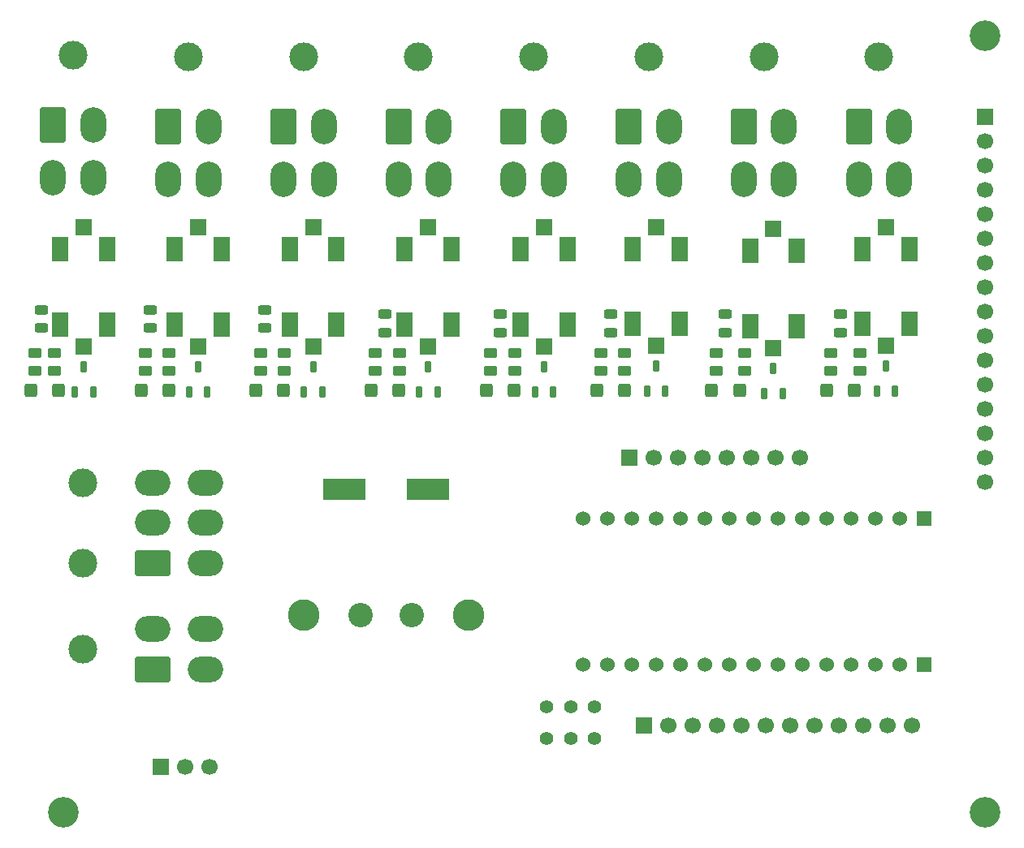
<source format=gts>
G04 #@! TF.GenerationSoftware,KiCad,Pcbnew,9.0.5*
G04 #@! TF.CreationDate,2025-10-24T01:36:13-07:00*
G04 #@! TF.ProjectId,New CAN Accessories board,4e657720-4341-44e2-9041-63636573736f,rev?*
G04 #@! TF.SameCoordinates,Original*
G04 #@! TF.FileFunction,Soldermask,Top*
G04 #@! TF.FilePolarity,Negative*
%FSLAX46Y46*%
G04 Gerber Fmt 4.6, Leading zero omitted, Abs format (unit mm)*
G04 Created by KiCad (PCBNEW 9.0.5) date 2025-10-24 01:36:13*
%MOMM*%
%LPD*%
G01*
G04 APERTURE LIST*
G04 Aperture macros list*
%AMRoundRect*
0 Rectangle with rounded corners*
0 $1 Rounding radius*
0 $2 $3 $4 $5 $6 $7 $8 $9 X,Y pos of 4 corners*
0 Add a 4 corners polygon primitive as box body*
4,1,4,$2,$3,$4,$5,$6,$7,$8,$9,$2,$3,0*
0 Add four circle primitives for the rounded corners*
1,1,$1+$1,$2,$3*
1,1,$1+$1,$4,$5*
1,1,$1+$1,$6,$7*
1,1,$1+$1,$8,$9*
0 Add four rect primitives between the rounded corners*
20,1,$1+$1,$2,$3,$4,$5,0*
20,1,$1+$1,$4,$5,$6,$7,0*
20,1,$1+$1,$6,$7,$8,$9,0*
20,1,$1+$1,$8,$9,$2,$3,0*%
G04 Aperture macros list end*
%ADD10R,1.700000X1.700000*%
%ADD11R,1.700000X2.660000*%
%ADD12RoundRect,0.162500X0.162500X-0.447500X0.162500X0.447500X-0.162500X0.447500X-0.162500X-0.447500X0*%
%ADD13RoundRect,0.243750X-0.456250X0.243750X-0.456250X-0.243750X0.456250X-0.243750X0.456250X0.243750X0*%
%ADD14C,3.000000*%
%ADD15RoundRect,0.250001X-1.099999X-1.599999X1.099999X-1.599999X1.099999X1.599999X-1.099999X1.599999X0*%
%ADD16O,2.700000X3.700000*%
%ADD17RoundRect,0.250000X0.450000X-0.262500X0.450000X0.262500X-0.450000X0.262500X-0.450000X-0.262500X0*%
%ADD18C,1.700000*%
%ADD19RoundRect,0.250000X0.400000X0.450000X-0.400000X0.450000X-0.400000X-0.450000X0.400000X-0.450000X0*%
%ADD20C,1.530000*%
%ADD21R,1.530000X1.530000*%
%ADD22C,1.397000*%
%ADD23C,3.200000*%
%ADD24RoundRect,0.250001X1.599999X-1.099999X1.599999X1.099999X-1.599999X1.099999X-1.599999X-1.099999X0*%
%ADD25O,3.700000X2.700000*%
%ADD26C,3.300000*%
%ADD27C,2.550000*%
%ADD28R,4.500000X2.300000*%
G04 APERTURE END LIST*
D10*
X71078571Y-40966000D03*
D11*
X73528571Y-43256000D03*
X68628571Y-43256000D03*
X73528571Y-51084000D03*
X68628571Y-51084000D03*
D10*
X71078571Y-53374000D03*
D12*
X58050000Y-58125000D03*
X59950000Y-58125000D03*
X59000000Y-55505000D03*
D13*
X18700000Y-49562500D03*
X18700000Y-51437500D03*
D14*
X46000000Y-23160000D03*
D15*
X43900000Y-30460000D03*
D16*
X48100000Y-30460000D03*
X43900000Y-35960000D03*
X48100000Y-35960000D03*
D17*
X18000000Y-55912500D03*
X18000000Y-54087500D03*
D10*
X81534000Y-92964000D03*
D18*
X84074000Y-92964000D03*
X86614000Y-92964000D03*
X89154000Y-92964000D03*
X91694000Y-92964000D03*
X94234000Y-92964000D03*
X96774000Y-92964000D03*
X99314000Y-92964000D03*
X101854000Y-92964000D03*
X104394000Y-92964000D03*
X106934000Y-92964000D03*
X109474000Y-92964000D03*
D12*
X22160000Y-58125000D03*
X24060000Y-58125000D03*
X23110000Y-55505000D03*
D17*
X53500000Y-55912500D03*
X53500000Y-54087500D03*
D12*
X70128571Y-58125000D03*
X72028571Y-58125000D03*
X71078571Y-55505000D03*
X46050000Y-58125000D03*
X47950000Y-58125000D03*
X47000000Y-55505000D03*
D10*
X59000000Y-40966000D03*
D11*
X61450000Y-43256000D03*
X56550000Y-43256000D03*
X61450000Y-51084000D03*
X56550000Y-51084000D03*
D10*
X59000000Y-53374000D03*
X117025000Y-29464000D03*
D18*
X117025000Y-32004000D03*
X117025000Y-34544000D03*
X117025000Y-37084000D03*
X117025000Y-39624000D03*
X117025000Y-42164000D03*
X117025000Y-44704000D03*
X117025000Y-47244000D03*
X117025000Y-49784000D03*
X117025000Y-52324000D03*
X117025000Y-54864000D03*
X117025000Y-57404000D03*
X117025000Y-59944000D03*
X117025000Y-62484000D03*
X117025000Y-65024000D03*
X117025000Y-67564000D03*
D12*
X81796000Y-58082000D03*
X83696000Y-58082000D03*
X82746000Y-55462000D03*
D13*
X78000000Y-50062500D03*
X78000000Y-51937500D03*
D17*
X43995000Y-55912500D03*
X43995000Y-54087500D03*
X104000000Y-55912500D03*
X104000000Y-54087500D03*
X56000000Y-55912500D03*
X56000000Y-54087500D03*
D14*
X70000000Y-23160000D03*
D15*
X67900000Y-30460000D03*
D16*
X72100000Y-30460000D03*
X67900000Y-35960000D03*
X72100000Y-35960000D03*
D10*
X35000000Y-40966000D03*
D11*
X37450000Y-43256000D03*
X32550000Y-43256000D03*
X37450000Y-51084000D03*
X32550000Y-51084000D03*
D10*
X35000000Y-53374000D03*
D17*
X41495000Y-55912500D03*
X41495000Y-54087500D03*
D19*
X20450000Y-58000000D03*
X17550000Y-58000000D03*
D13*
X41995000Y-49562500D03*
X41995000Y-51437500D03*
D19*
X55950000Y-58000000D03*
X53050000Y-58000000D03*
D14*
X22000000Y-22975000D03*
D15*
X19900000Y-30275000D03*
D16*
X24100000Y-30275000D03*
X19900000Y-35775000D03*
X24100000Y-35775000D03*
D10*
X80010000Y-65024000D03*
D18*
X82550000Y-65024000D03*
X85090000Y-65024000D03*
X87630000Y-65024000D03*
X90170000Y-65024000D03*
X92710000Y-65024000D03*
X95250000Y-65024000D03*
X97790000Y-65024000D03*
D20*
X77683000Y-86614000D03*
X103083000Y-86614000D03*
X80223000Y-86614000D03*
X103083000Y-71374000D03*
X108163000Y-86614000D03*
X105623000Y-71374000D03*
X105623000Y-86614000D03*
X82763000Y-86614000D03*
X85303000Y-86614000D03*
X100543000Y-86614000D03*
X87843000Y-86614000D03*
X90383000Y-86614000D03*
X92923000Y-86614000D03*
X95463000Y-86614000D03*
X98003000Y-86614000D03*
X82763000Y-71374000D03*
D21*
X110703000Y-71374000D03*
D20*
X108163000Y-71374000D03*
X80223000Y-71374000D03*
X100543000Y-71374000D03*
X98003000Y-71374000D03*
X90383000Y-71374000D03*
X75143000Y-86614000D03*
X75143000Y-71374000D03*
X77683000Y-71374000D03*
X92923000Y-71374000D03*
X95463000Y-71374000D03*
X87843000Y-71374000D03*
X85303000Y-71374000D03*
D21*
X110703000Y-86614000D03*
D19*
X43945000Y-58000000D03*
X41045000Y-58000000D03*
D10*
X106746000Y-40923000D03*
D11*
X109196000Y-43213000D03*
X104296000Y-43213000D03*
X109196000Y-51041000D03*
X104296000Y-51041000D03*
D10*
X106746000Y-53331000D03*
D17*
X20000000Y-55912500D03*
X20000000Y-54087500D03*
D22*
X71360000Y-94272000D03*
X73860000Y-94272000D03*
X76360000Y-94272000D03*
X76360000Y-90972000D03*
X73860000Y-90972000D03*
X71360000Y-90972000D03*
D19*
X79450000Y-58000000D03*
X76550000Y-58000000D03*
D17*
X77000000Y-55912500D03*
X77000000Y-54087500D03*
D19*
X67950000Y-58000000D03*
X65050000Y-58000000D03*
D23*
X21000000Y-102000000D03*
D17*
X89000000Y-55912500D03*
X89000000Y-54087500D03*
D10*
X95000000Y-41151000D03*
D11*
X97450000Y-43441000D03*
X92550000Y-43441000D03*
X97450000Y-51269000D03*
X92550000Y-51269000D03*
D10*
X95000000Y-53559000D03*
X31150000Y-97260000D03*
D18*
X33690000Y-97260000D03*
X36230000Y-97260000D03*
D13*
X90000000Y-50062500D03*
X90000000Y-51937500D03*
X54500000Y-50062500D03*
X54500000Y-51937500D03*
D14*
X23000000Y-85000000D03*
D24*
X30300000Y-87100000D03*
D25*
X30300000Y-82900000D03*
X35800000Y-87100000D03*
X35800000Y-82900000D03*
D26*
X46025000Y-81455000D03*
X63195000Y-81455000D03*
D27*
X51910000Y-81455000D03*
X57310000Y-81455000D03*
D14*
X22975000Y-76000000D03*
X22975000Y-67600000D03*
D24*
X30275000Y-76000000D03*
D25*
X30275000Y-71800000D03*
X30275000Y-67600000D03*
X35775000Y-76000000D03*
X35775000Y-71800000D03*
X35775000Y-67600000D03*
D17*
X101000000Y-55912500D03*
X101000000Y-54087500D03*
D12*
X94050000Y-58310000D03*
X95950000Y-58310000D03*
X95000000Y-55690000D03*
D19*
X91450000Y-58000000D03*
X88550000Y-58000000D03*
D17*
X65500000Y-55912500D03*
X65500000Y-54087500D03*
D14*
X82000000Y-23160000D03*
D15*
X79900000Y-30460000D03*
D16*
X84100000Y-30460000D03*
X79900000Y-35960000D03*
X84100000Y-35960000D03*
D19*
X103450000Y-58000000D03*
X100550000Y-58000000D03*
D12*
X105796000Y-58082000D03*
X107696000Y-58082000D03*
X106746000Y-55462000D03*
D17*
X92000000Y-55912500D03*
X92000000Y-54087500D03*
D10*
X47000000Y-40966000D03*
D11*
X49450000Y-43256000D03*
X44550000Y-43256000D03*
X49450000Y-51084000D03*
X44550000Y-51084000D03*
D10*
X47000000Y-53374000D03*
D17*
X32000000Y-55912500D03*
X32000000Y-54087500D03*
D14*
X34000000Y-23160000D03*
D15*
X31900000Y-30460000D03*
D16*
X36100000Y-30460000D03*
X31900000Y-35960000D03*
X36100000Y-35960000D03*
D13*
X30000000Y-49562500D03*
X30000000Y-51437500D03*
D12*
X34050000Y-58125000D03*
X35950000Y-58125000D03*
X35000000Y-55505000D03*
D10*
X23110000Y-40966000D03*
D11*
X25560000Y-43256000D03*
X20660000Y-43256000D03*
X25560000Y-51084000D03*
X20660000Y-51084000D03*
D10*
X23110000Y-53374000D03*
D19*
X31950000Y-58000000D03*
X29050000Y-58000000D03*
D14*
X106000000Y-23160000D03*
D15*
X103900000Y-30460000D03*
D16*
X108100000Y-30460000D03*
X103900000Y-35960000D03*
X108100000Y-35960000D03*
D13*
X66500000Y-50062500D03*
X66500000Y-51937500D03*
D10*
X82746000Y-40923000D03*
D11*
X85196000Y-43213000D03*
X80296000Y-43213000D03*
X85196000Y-51041000D03*
X80296000Y-51041000D03*
D10*
X82746000Y-53331000D03*
D14*
X58000000Y-23160000D03*
D15*
X55900000Y-30460000D03*
D16*
X60100000Y-30460000D03*
X55900000Y-35960000D03*
X60100000Y-35960000D03*
D14*
X94000000Y-23160000D03*
D15*
X91900000Y-30460000D03*
D16*
X96100000Y-30460000D03*
X91900000Y-35960000D03*
X96100000Y-35960000D03*
D13*
X102000000Y-50062500D03*
X102000000Y-51937500D03*
D17*
X79500000Y-55912500D03*
X79500000Y-54087500D03*
D28*
X58960000Y-68310000D03*
X50260000Y-68310000D03*
D17*
X68000000Y-55912500D03*
X68000000Y-54087500D03*
D23*
X117025000Y-102025000D03*
X117025000Y-20975000D03*
D17*
X29500000Y-55912500D03*
X29500000Y-54087500D03*
M02*

</source>
